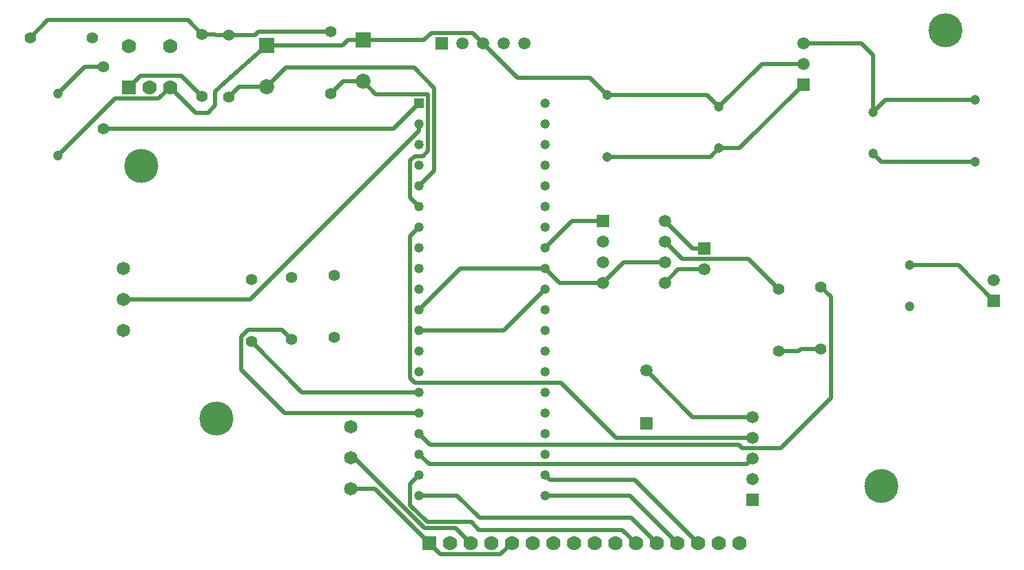
<source format=gbl>
G04*
G04 #@! TF.GenerationSoftware,Altium Limited,Altium Designer,20.0.9 (164)*
G04*
G04 Layer_Physical_Order=2*
G04 Layer_Color=16711680*
%FSLAX25Y25*%
%MOIN*%
G70*
G01*
G75*
%ADD20R,0.05906X0.05906*%
%ADD38C,0.02000*%
%ADD39C,0.07000*%
%ADD40R,0.07000X0.07000*%
%ADD41C,0.16500*%
%ADD42C,0.04724*%
%ADD43C,0.05906*%
%ADD44R,0.05906X0.05906*%
%ADD45C,0.05512*%
%ADD46R,0.04661X0.04661*%
%ADD47C,0.04661*%
%ADD48R,0.07284X0.07284*%
%ADD49C,0.07284*%
%ADD50C,0.06500*%
D20*
X377750Y-40250D02*
D03*
X329750Y-119750D02*
D03*
X301750Y-204250D02*
D03*
X353250Y-241250D02*
D03*
X470000Y-145000D02*
D03*
D38*
X365750Y-169250D02*
X375450D01*
X376450Y-168250D01*
X386250D01*
X87000Y-16000D02*
X93250D01*
X93500Y-16250D01*
X99750D01*
X231250Y-267750D02*
X236750Y-262250D01*
X202250Y-267750D02*
X231250D01*
X196750Y-262250D02*
X202250Y-267750D01*
X3750Y-17750D02*
X12350Y-9150D01*
X80150D01*
X87000Y-16000D01*
X217750Y-15250D02*
X222750Y-20250D01*
X197750Y-15250D02*
X217750D01*
X194250Y-18750D02*
X197750Y-15250D01*
X164750Y-18750D02*
X194250D01*
X114150Y-14750D02*
X149250D01*
X112650Y-16250D02*
X114150Y-14750D01*
X99750Y-16250D02*
X112650D01*
X118250Y-21250D02*
X154950D01*
X157450Y-18750D01*
X164750D01*
X76950Y-35950D02*
X87000Y-46000D01*
X57050Y-35950D02*
X76950D01*
X51500Y-41500D02*
X57050Y-35950D01*
X192002Y-149250D02*
X212002Y-129250D01*
X252750D01*
X293750Y-239250D02*
X316750Y-262250D01*
X252750Y-239250D02*
X293750D01*
X274650Y-37150D02*
X282750Y-45250D01*
X239650Y-37150D02*
X274650D01*
X222750Y-20250D02*
X239650Y-37150D01*
X301750Y-178659D02*
X324341Y-201250D01*
X353250D01*
X252750Y-229250D02*
X255250Y-231750D01*
X296250D01*
X326750Y-262250D01*
X265750Y-106250D02*
X280750D01*
X252750Y-119250D02*
X265750Y-106250D01*
X17250Y-74750D02*
X44850Y-47150D01*
X65850D01*
X71500Y-41500D01*
X324250Y-119750D02*
X329750D01*
X310750Y-106250D02*
X324250Y-119750D01*
X337000Y-71000D02*
X347000D01*
X377750Y-40250D01*
X411500Y-53500D02*
Y-26000D01*
X405750Y-20250D02*
X411500Y-26000D01*
X377750Y-20250D02*
X405750D01*
X351250Y-124750D02*
X365750Y-139250D01*
X319250Y-124750D02*
X351250D01*
X310750Y-116250D02*
X319250Y-124750D01*
X187650Y-233602D02*
X192002Y-229250D01*
X187650Y-243850D02*
Y-233602D01*
Y-243850D02*
X195850Y-252050D01*
X217050D01*
X220850Y-255850D01*
X290350D01*
X296750Y-262250D01*
X164750Y-38750D02*
X170919Y-44919D01*
X196333D01*
Y-72250D02*
Y-44919D01*
X193733Y-74850D02*
X196333Y-72250D01*
X189750Y-74850D02*
X193733D01*
X187650Y-76950D02*
X189750Y-74850D01*
X187650Y-94898D02*
Y-76950D01*
Y-94898D02*
X192002Y-99250D01*
Y-89250D02*
X199333Y-81919D01*
Y-41919D01*
X189364Y-31950D02*
X199333Y-41919D01*
X127550Y-31950D02*
X189364D01*
X118250Y-41250D02*
X127550Y-31950D01*
X192002Y-62498D02*
Y-59250D01*
X110250Y-144250D02*
X192002Y-62498D01*
X49000Y-144250D02*
X110250D01*
X187650Y-113602D02*
X192002Y-109250D01*
X187650Y-182450D02*
Y-113602D01*
Y-182450D02*
X189750Y-184550D01*
X260450D01*
X287150Y-211250D01*
X353250D01*
X125450Y-158950D02*
X130250Y-163750D01*
X109250Y-158950D02*
X125450D01*
X105950Y-162250D02*
X109250Y-158950D01*
X105950Y-178450D02*
Y-162250D01*
Y-178450D02*
X126750Y-199250D01*
X192002D01*
X110750Y-164750D02*
X135250Y-189250D01*
X192002D01*
X310750Y-136250D02*
X317250Y-129750D01*
X329750D01*
X350450Y-224050D02*
X353250Y-221250D01*
X196802Y-224050D02*
X350450D01*
X192002Y-219250D02*
X196802Y-224050D01*
X192002Y-209250D02*
X197302Y-214550D01*
X346550D01*
X348250Y-216250D01*
X366850D01*
X391050Y-192050D01*
Y-143050D01*
X386250Y-138250D02*
X391050Y-143050D01*
X149250Y-44750D02*
X155250Y-38750D01*
X164750D01*
X99750Y-46250D02*
X104750Y-41250D01*
X118250D01*
X179502Y-61750D02*
X192002Y-49250D01*
X39250Y-61750D02*
X179502D01*
X294650Y-250150D02*
X306750Y-262250D01*
X221103Y-250150D02*
X294650D01*
X210203Y-239250D02*
X221103Y-250150D01*
X192002Y-239250D02*
X210203D01*
X158750Y-221000D02*
X160400D01*
X194450Y-255050D01*
X209550D01*
X216750Y-262250D01*
X452750Y-127750D02*
X470000Y-145000D01*
X429250Y-127750D02*
X452750D01*
X17250Y-44750D02*
X30250Y-31750D01*
X39250D01*
X331250Y-45250D02*
X337000Y-51000D01*
X282750Y-45250D02*
X331250D01*
X357750Y-30250D02*
X377750D01*
X337000Y-51000D02*
X357750Y-30250D01*
X411500Y-73500D02*
X415500Y-77500D01*
X461000D01*
X97750Y-39250D02*
X118250Y-21250D01*
X93350Y-43650D02*
X97750Y-39250D01*
X93350Y-50350D02*
Y-43650D01*
X89750Y-53950D02*
X93350Y-50350D01*
X83950Y-53950D02*
X89750D01*
X71500Y-41500D02*
X83950Y-53950D01*
X232750Y-159250D02*
X252750Y-139250D01*
X192002Y-159250D02*
X232750D01*
X158750Y-236000D02*
X170500D01*
X196750Y-262250D01*
X411500Y-53500D02*
X417500Y-47500D01*
X461000D01*
X332750Y-75250D02*
X337000Y-71000D01*
X282750Y-75250D02*
X332750D01*
X252750Y-129250D02*
X259750Y-136250D01*
X280750D01*
X290750Y-126250D01*
X310750D01*
D39*
X71500Y-21500D02*
D03*
X51500D02*
D03*
X71500Y-41500D02*
D03*
X61500D02*
D03*
X206750Y-262250D02*
D03*
X216750D02*
D03*
X226750D02*
D03*
X236750D02*
D03*
X246750D02*
D03*
X256750D02*
D03*
X266750D02*
D03*
X276750D02*
D03*
X286750D02*
D03*
X296750D02*
D03*
X306750D02*
D03*
X316750D02*
D03*
X326750D02*
D03*
X336750D02*
D03*
X346750D02*
D03*
D40*
X51500Y-41500D02*
D03*
X196750Y-262250D02*
D03*
D41*
X446500Y-14000D02*
D03*
X57500Y-79500D02*
D03*
X94000Y-202000D02*
D03*
X415500Y-234500D02*
D03*
D42*
X429250Y-147750D02*
D03*
Y-127750D02*
D03*
X411500Y-53500D02*
D03*
Y-73500D02*
D03*
X337000Y-51000D02*
D03*
Y-71000D02*
D03*
X461000Y-47500D02*
D03*
Y-77500D02*
D03*
X282750Y-75250D02*
D03*
Y-45250D02*
D03*
X17250Y-44750D02*
D03*
Y-74750D02*
D03*
D43*
X377750Y-30250D02*
D03*
Y-20250D02*
D03*
X242750D02*
D03*
X232750D02*
D03*
X222750D02*
D03*
X212750D02*
D03*
X280750Y-116250D02*
D03*
Y-126250D02*
D03*
Y-136250D02*
D03*
X310750Y-106250D02*
D03*
Y-116250D02*
D03*
Y-126250D02*
D03*
Y-136250D02*
D03*
X329750Y-129750D02*
D03*
X301750Y-178659D02*
D03*
X353250Y-201250D02*
D03*
Y-211250D02*
D03*
Y-221250D02*
D03*
Y-231250D02*
D03*
X470000Y-135000D02*
D03*
D44*
X202750Y-20250D02*
D03*
X280750Y-106250D02*
D03*
D45*
X39250Y-61750D02*
D03*
Y-31750D02*
D03*
X33750Y-17750D02*
D03*
X3750D02*
D03*
X87000Y-46000D02*
D03*
Y-16000D02*
D03*
X99750Y-46250D02*
D03*
Y-16250D02*
D03*
X149250Y-44750D02*
D03*
Y-14750D02*
D03*
X110750Y-164750D02*
D03*
Y-134750D02*
D03*
X365750Y-139250D02*
D03*
Y-169250D02*
D03*
X386250Y-168250D02*
D03*
Y-138250D02*
D03*
X130250Y-163750D02*
D03*
Y-133750D02*
D03*
X150750Y-162750D02*
D03*
Y-132750D02*
D03*
D46*
X192002Y-49250D02*
D03*
D47*
Y-59250D02*
D03*
Y-69250D02*
D03*
Y-79250D02*
D03*
Y-89250D02*
D03*
Y-99250D02*
D03*
Y-109250D02*
D03*
Y-119250D02*
D03*
Y-129250D02*
D03*
Y-139250D02*
D03*
Y-149250D02*
D03*
Y-159250D02*
D03*
Y-169250D02*
D03*
Y-179250D02*
D03*
Y-189250D02*
D03*
Y-199250D02*
D03*
Y-209250D02*
D03*
Y-219250D02*
D03*
Y-229250D02*
D03*
Y-239250D02*
D03*
X252750D02*
D03*
Y-229250D02*
D03*
Y-219250D02*
D03*
Y-209250D02*
D03*
Y-199250D02*
D03*
Y-189250D02*
D03*
Y-179250D02*
D03*
Y-169250D02*
D03*
Y-159250D02*
D03*
Y-149250D02*
D03*
Y-139250D02*
D03*
Y-129250D02*
D03*
Y-119250D02*
D03*
Y-109250D02*
D03*
Y-99250D02*
D03*
Y-89250D02*
D03*
Y-79250D02*
D03*
Y-69250D02*
D03*
Y-59250D02*
D03*
Y-49250D02*
D03*
D48*
X118250Y-21250D02*
D03*
X164750Y-18750D02*
D03*
D49*
X118250Y-41250D02*
D03*
X164750Y-38750D02*
D03*
D50*
X49000Y-159250D02*
D03*
Y-144250D02*
D03*
Y-129250D02*
D03*
X158750Y-206000D02*
D03*
Y-221000D02*
D03*
Y-236000D02*
D03*
M02*

</source>
